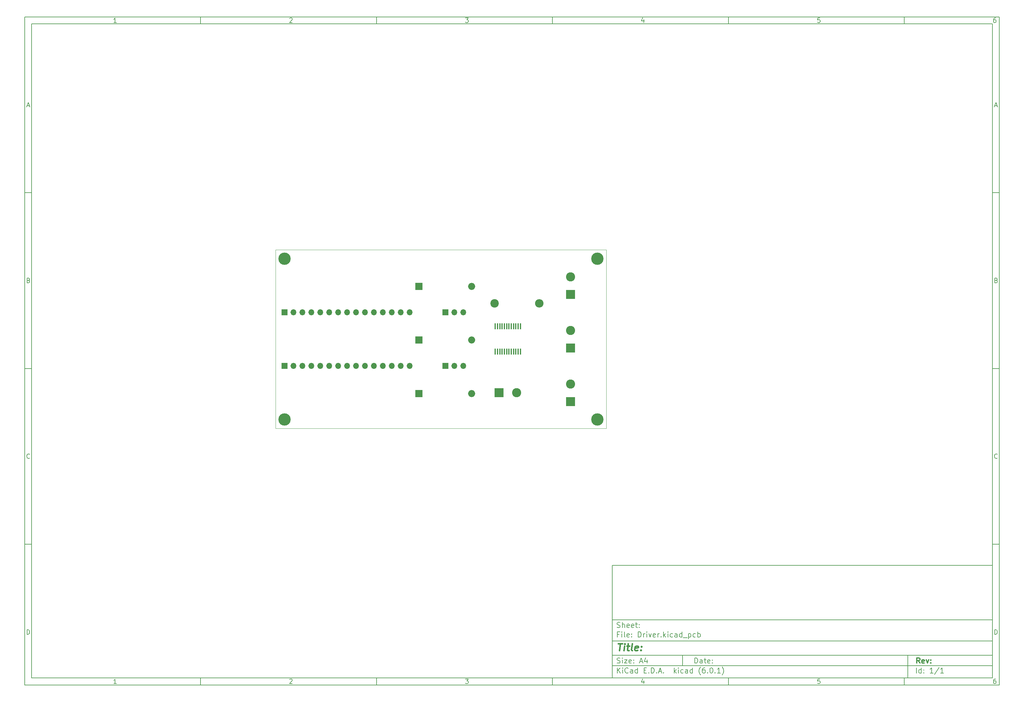
<source format=gbr>
%TF.GenerationSoftware,KiCad,Pcbnew,(6.0.1)*%
%TF.CreationDate,2022-04-25T15:26:45-04:00*%
%TF.ProjectId,Driver,44726976-6572-42e6-9b69-6361645f7063,rev?*%
%TF.SameCoordinates,Original*%
%TF.FileFunction,Soldermask,Top*%
%TF.FilePolarity,Negative*%
%FSLAX46Y46*%
G04 Gerber Fmt 4.6, Leading zero omitted, Abs format (unit mm)*
G04 Created by KiCad (PCBNEW (6.0.1)) date 2022-04-25 15:26:45*
%MOMM*%
%LPD*%
G01*
G04 APERTURE LIST*
%ADD10C,0.100000*%
%ADD11C,0.150000*%
%ADD12C,0.300000*%
%ADD13C,0.400000*%
%TA.AperFunction,Profile*%
%ADD14C,0.100000*%
%TD*%
%ADD15R,2.000000X2.000000*%
%ADD16O,2.000000X2.000000*%
%ADD17C,3.500000*%
%ADD18R,2.600000X2.600000*%
%ADD19C,2.600000*%
%ADD20R,1.700000X1.700000*%
%ADD21O,1.700000X1.700000*%
%ADD22C,2.400000*%
%ADD23O,2.400000X2.400000*%
%ADD24R,0.450000X1.750000*%
G04 APERTURE END LIST*
D10*
D11*
X177002200Y-166007200D02*
X177002200Y-198007200D01*
X285002200Y-198007200D01*
X285002200Y-166007200D01*
X177002200Y-166007200D01*
D10*
D11*
X10000000Y-10000000D02*
X10000000Y-200007200D01*
X287002200Y-200007200D01*
X287002200Y-10000000D01*
X10000000Y-10000000D01*
D10*
D11*
X12000000Y-12000000D02*
X12000000Y-198007200D01*
X285002200Y-198007200D01*
X285002200Y-12000000D01*
X12000000Y-12000000D01*
D10*
D11*
X60000000Y-12000000D02*
X60000000Y-10000000D01*
D10*
D11*
X110000000Y-12000000D02*
X110000000Y-10000000D01*
D10*
D11*
X160000000Y-12000000D02*
X160000000Y-10000000D01*
D10*
D11*
X210000000Y-12000000D02*
X210000000Y-10000000D01*
D10*
D11*
X260000000Y-12000000D02*
X260000000Y-10000000D01*
D10*
D11*
X36065476Y-11588095D02*
X35322619Y-11588095D01*
X35694047Y-11588095D02*
X35694047Y-10288095D01*
X35570238Y-10473809D01*
X35446428Y-10597619D01*
X35322619Y-10659523D01*
D10*
D11*
X85322619Y-10411904D02*
X85384523Y-10350000D01*
X85508333Y-10288095D01*
X85817857Y-10288095D01*
X85941666Y-10350000D01*
X86003571Y-10411904D01*
X86065476Y-10535714D01*
X86065476Y-10659523D01*
X86003571Y-10845238D01*
X85260714Y-11588095D01*
X86065476Y-11588095D01*
D10*
D11*
X135260714Y-10288095D02*
X136065476Y-10288095D01*
X135632142Y-10783333D01*
X135817857Y-10783333D01*
X135941666Y-10845238D01*
X136003571Y-10907142D01*
X136065476Y-11030952D01*
X136065476Y-11340476D01*
X136003571Y-11464285D01*
X135941666Y-11526190D01*
X135817857Y-11588095D01*
X135446428Y-11588095D01*
X135322619Y-11526190D01*
X135260714Y-11464285D01*
D10*
D11*
X185941666Y-10721428D02*
X185941666Y-11588095D01*
X185632142Y-10226190D02*
X185322619Y-11154761D01*
X186127380Y-11154761D01*
D10*
D11*
X236003571Y-10288095D02*
X235384523Y-10288095D01*
X235322619Y-10907142D01*
X235384523Y-10845238D01*
X235508333Y-10783333D01*
X235817857Y-10783333D01*
X235941666Y-10845238D01*
X236003571Y-10907142D01*
X236065476Y-11030952D01*
X236065476Y-11340476D01*
X236003571Y-11464285D01*
X235941666Y-11526190D01*
X235817857Y-11588095D01*
X235508333Y-11588095D01*
X235384523Y-11526190D01*
X235322619Y-11464285D01*
D10*
D11*
X285941666Y-10288095D02*
X285694047Y-10288095D01*
X285570238Y-10350000D01*
X285508333Y-10411904D01*
X285384523Y-10597619D01*
X285322619Y-10845238D01*
X285322619Y-11340476D01*
X285384523Y-11464285D01*
X285446428Y-11526190D01*
X285570238Y-11588095D01*
X285817857Y-11588095D01*
X285941666Y-11526190D01*
X286003571Y-11464285D01*
X286065476Y-11340476D01*
X286065476Y-11030952D01*
X286003571Y-10907142D01*
X285941666Y-10845238D01*
X285817857Y-10783333D01*
X285570238Y-10783333D01*
X285446428Y-10845238D01*
X285384523Y-10907142D01*
X285322619Y-11030952D01*
D10*
D11*
X60000000Y-198007200D02*
X60000000Y-200007200D01*
D10*
D11*
X110000000Y-198007200D02*
X110000000Y-200007200D01*
D10*
D11*
X160000000Y-198007200D02*
X160000000Y-200007200D01*
D10*
D11*
X210000000Y-198007200D02*
X210000000Y-200007200D01*
D10*
D11*
X260000000Y-198007200D02*
X260000000Y-200007200D01*
D10*
D11*
X36065476Y-199595295D02*
X35322619Y-199595295D01*
X35694047Y-199595295D02*
X35694047Y-198295295D01*
X35570238Y-198481009D01*
X35446428Y-198604819D01*
X35322619Y-198666723D01*
D10*
D11*
X85322619Y-198419104D02*
X85384523Y-198357200D01*
X85508333Y-198295295D01*
X85817857Y-198295295D01*
X85941666Y-198357200D01*
X86003571Y-198419104D01*
X86065476Y-198542914D01*
X86065476Y-198666723D01*
X86003571Y-198852438D01*
X85260714Y-199595295D01*
X86065476Y-199595295D01*
D10*
D11*
X135260714Y-198295295D02*
X136065476Y-198295295D01*
X135632142Y-198790533D01*
X135817857Y-198790533D01*
X135941666Y-198852438D01*
X136003571Y-198914342D01*
X136065476Y-199038152D01*
X136065476Y-199347676D01*
X136003571Y-199471485D01*
X135941666Y-199533390D01*
X135817857Y-199595295D01*
X135446428Y-199595295D01*
X135322619Y-199533390D01*
X135260714Y-199471485D01*
D10*
D11*
X185941666Y-198728628D02*
X185941666Y-199595295D01*
X185632142Y-198233390D02*
X185322619Y-199161961D01*
X186127380Y-199161961D01*
D10*
D11*
X236003571Y-198295295D02*
X235384523Y-198295295D01*
X235322619Y-198914342D01*
X235384523Y-198852438D01*
X235508333Y-198790533D01*
X235817857Y-198790533D01*
X235941666Y-198852438D01*
X236003571Y-198914342D01*
X236065476Y-199038152D01*
X236065476Y-199347676D01*
X236003571Y-199471485D01*
X235941666Y-199533390D01*
X235817857Y-199595295D01*
X235508333Y-199595295D01*
X235384523Y-199533390D01*
X235322619Y-199471485D01*
D10*
D11*
X285941666Y-198295295D02*
X285694047Y-198295295D01*
X285570238Y-198357200D01*
X285508333Y-198419104D01*
X285384523Y-198604819D01*
X285322619Y-198852438D01*
X285322619Y-199347676D01*
X285384523Y-199471485D01*
X285446428Y-199533390D01*
X285570238Y-199595295D01*
X285817857Y-199595295D01*
X285941666Y-199533390D01*
X286003571Y-199471485D01*
X286065476Y-199347676D01*
X286065476Y-199038152D01*
X286003571Y-198914342D01*
X285941666Y-198852438D01*
X285817857Y-198790533D01*
X285570238Y-198790533D01*
X285446428Y-198852438D01*
X285384523Y-198914342D01*
X285322619Y-199038152D01*
D10*
D11*
X10000000Y-60000000D02*
X12000000Y-60000000D01*
D10*
D11*
X10000000Y-110000000D02*
X12000000Y-110000000D01*
D10*
D11*
X10000000Y-160000000D02*
X12000000Y-160000000D01*
D10*
D11*
X10690476Y-35216666D02*
X11309523Y-35216666D01*
X10566666Y-35588095D02*
X11000000Y-34288095D01*
X11433333Y-35588095D01*
D10*
D11*
X11092857Y-84907142D02*
X11278571Y-84969047D01*
X11340476Y-85030952D01*
X11402380Y-85154761D01*
X11402380Y-85340476D01*
X11340476Y-85464285D01*
X11278571Y-85526190D01*
X11154761Y-85588095D01*
X10659523Y-85588095D01*
X10659523Y-84288095D01*
X11092857Y-84288095D01*
X11216666Y-84350000D01*
X11278571Y-84411904D01*
X11340476Y-84535714D01*
X11340476Y-84659523D01*
X11278571Y-84783333D01*
X11216666Y-84845238D01*
X11092857Y-84907142D01*
X10659523Y-84907142D01*
D10*
D11*
X11402380Y-135464285D02*
X11340476Y-135526190D01*
X11154761Y-135588095D01*
X11030952Y-135588095D01*
X10845238Y-135526190D01*
X10721428Y-135402380D01*
X10659523Y-135278571D01*
X10597619Y-135030952D01*
X10597619Y-134845238D01*
X10659523Y-134597619D01*
X10721428Y-134473809D01*
X10845238Y-134350000D01*
X11030952Y-134288095D01*
X11154761Y-134288095D01*
X11340476Y-134350000D01*
X11402380Y-134411904D01*
D10*
D11*
X10659523Y-185588095D02*
X10659523Y-184288095D01*
X10969047Y-184288095D01*
X11154761Y-184350000D01*
X11278571Y-184473809D01*
X11340476Y-184597619D01*
X11402380Y-184845238D01*
X11402380Y-185030952D01*
X11340476Y-185278571D01*
X11278571Y-185402380D01*
X11154761Y-185526190D01*
X10969047Y-185588095D01*
X10659523Y-185588095D01*
D10*
D11*
X287002200Y-60000000D02*
X285002200Y-60000000D01*
D10*
D11*
X287002200Y-110000000D02*
X285002200Y-110000000D01*
D10*
D11*
X287002200Y-160000000D02*
X285002200Y-160000000D01*
D10*
D11*
X285692676Y-35216666D02*
X286311723Y-35216666D01*
X285568866Y-35588095D02*
X286002200Y-34288095D01*
X286435533Y-35588095D01*
D10*
D11*
X286095057Y-84907142D02*
X286280771Y-84969047D01*
X286342676Y-85030952D01*
X286404580Y-85154761D01*
X286404580Y-85340476D01*
X286342676Y-85464285D01*
X286280771Y-85526190D01*
X286156961Y-85588095D01*
X285661723Y-85588095D01*
X285661723Y-84288095D01*
X286095057Y-84288095D01*
X286218866Y-84350000D01*
X286280771Y-84411904D01*
X286342676Y-84535714D01*
X286342676Y-84659523D01*
X286280771Y-84783333D01*
X286218866Y-84845238D01*
X286095057Y-84907142D01*
X285661723Y-84907142D01*
D10*
D11*
X286404580Y-135464285D02*
X286342676Y-135526190D01*
X286156961Y-135588095D01*
X286033152Y-135588095D01*
X285847438Y-135526190D01*
X285723628Y-135402380D01*
X285661723Y-135278571D01*
X285599819Y-135030952D01*
X285599819Y-134845238D01*
X285661723Y-134597619D01*
X285723628Y-134473809D01*
X285847438Y-134350000D01*
X286033152Y-134288095D01*
X286156961Y-134288095D01*
X286342676Y-134350000D01*
X286404580Y-134411904D01*
D10*
D11*
X285661723Y-185588095D02*
X285661723Y-184288095D01*
X285971247Y-184288095D01*
X286156961Y-184350000D01*
X286280771Y-184473809D01*
X286342676Y-184597619D01*
X286404580Y-184845238D01*
X286404580Y-185030952D01*
X286342676Y-185278571D01*
X286280771Y-185402380D01*
X286156961Y-185526190D01*
X285971247Y-185588095D01*
X285661723Y-185588095D01*
D10*
D11*
X200434342Y-193785771D02*
X200434342Y-192285771D01*
X200791485Y-192285771D01*
X201005771Y-192357200D01*
X201148628Y-192500057D01*
X201220057Y-192642914D01*
X201291485Y-192928628D01*
X201291485Y-193142914D01*
X201220057Y-193428628D01*
X201148628Y-193571485D01*
X201005771Y-193714342D01*
X200791485Y-193785771D01*
X200434342Y-193785771D01*
X202577200Y-193785771D02*
X202577200Y-193000057D01*
X202505771Y-192857200D01*
X202362914Y-192785771D01*
X202077200Y-192785771D01*
X201934342Y-192857200D01*
X202577200Y-193714342D02*
X202434342Y-193785771D01*
X202077200Y-193785771D01*
X201934342Y-193714342D01*
X201862914Y-193571485D01*
X201862914Y-193428628D01*
X201934342Y-193285771D01*
X202077200Y-193214342D01*
X202434342Y-193214342D01*
X202577200Y-193142914D01*
X203077200Y-192785771D02*
X203648628Y-192785771D01*
X203291485Y-192285771D02*
X203291485Y-193571485D01*
X203362914Y-193714342D01*
X203505771Y-193785771D01*
X203648628Y-193785771D01*
X204720057Y-193714342D02*
X204577200Y-193785771D01*
X204291485Y-193785771D01*
X204148628Y-193714342D01*
X204077200Y-193571485D01*
X204077200Y-193000057D01*
X204148628Y-192857200D01*
X204291485Y-192785771D01*
X204577200Y-192785771D01*
X204720057Y-192857200D01*
X204791485Y-193000057D01*
X204791485Y-193142914D01*
X204077200Y-193285771D01*
X205434342Y-193642914D02*
X205505771Y-193714342D01*
X205434342Y-193785771D01*
X205362914Y-193714342D01*
X205434342Y-193642914D01*
X205434342Y-193785771D01*
X205434342Y-192857200D02*
X205505771Y-192928628D01*
X205434342Y-193000057D01*
X205362914Y-192928628D01*
X205434342Y-192857200D01*
X205434342Y-193000057D01*
D10*
D11*
X177002200Y-194507200D02*
X285002200Y-194507200D01*
D10*
D11*
X178434342Y-196585771D02*
X178434342Y-195085771D01*
X179291485Y-196585771D02*
X178648628Y-195728628D01*
X179291485Y-195085771D02*
X178434342Y-195942914D01*
X179934342Y-196585771D02*
X179934342Y-195585771D01*
X179934342Y-195085771D02*
X179862914Y-195157200D01*
X179934342Y-195228628D01*
X180005771Y-195157200D01*
X179934342Y-195085771D01*
X179934342Y-195228628D01*
X181505771Y-196442914D02*
X181434342Y-196514342D01*
X181220057Y-196585771D01*
X181077200Y-196585771D01*
X180862914Y-196514342D01*
X180720057Y-196371485D01*
X180648628Y-196228628D01*
X180577200Y-195942914D01*
X180577200Y-195728628D01*
X180648628Y-195442914D01*
X180720057Y-195300057D01*
X180862914Y-195157200D01*
X181077200Y-195085771D01*
X181220057Y-195085771D01*
X181434342Y-195157200D01*
X181505771Y-195228628D01*
X182791485Y-196585771D02*
X182791485Y-195800057D01*
X182720057Y-195657200D01*
X182577200Y-195585771D01*
X182291485Y-195585771D01*
X182148628Y-195657200D01*
X182791485Y-196514342D02*
X182648628Y-196585771D01*
X182291485Y-196585771D01*
X182148628Y-196514342D01*
X182077200Y-196371485D01*
X182077200Y-196228628D01*
X182148628Y-196085771D01*
X182291485Y-196014342D01*
X182648628Y-196014342D01*
X182791485Y-195942914D01*
X184148628Y-196585771D02*
X184148628Y-195085771D01*
X184148628Y-196514342D02*
X184005771Y-196585771D01*
X183720057Y-196585771D01*
X183577200Y-196514342D01*
X183505771Y-196442914D01*
X183434342Y-196300057D01*
X183434342Y-195871485D01*
X183505771Y-195728628D01*
X183577200Y-195657200D01*
X183720057Y-195585771D01*
X184005771Y-195585771D01*
X184148628Y-195657200D01*
X186005771Y-195800057D02*
X186505771Y-195800057D01*
X186720057Y-196585771D02*
X186005771Y-196585771D01*
X186005771Y-195085771D01*
X186720057Y-195085771D01*
X187362914Y-196442914D02*
X187434342Y-196514342D01*
X187362914Y-196585771D01*
X187291485Y-196514342D01*
X187362914Y-196442914D01*
X187362914Y-196585771D01*
X188077200Y-196585771D02*
X188077200Y-195085771D01*
X188434342Y-195085771D01*
X188648628Y-195157200D01*
X188791485Y-195300057D01*
X188862914Y-195442914D01*
X188934342Y-195728628D01*
X188934342Y-195942914D01*
X188862914Y-196228628D01*
X188791485Y-196371485D01*
X188648628Y-196514342D01*
X188434342Y-196585771D01*
X188077200Y-196585771D01*
X189577200Y-196442914D02*
X189648628Y-196514342D01*
X189577200Y-196585771D01*
X189505771Y-196514342D01*
X189577200Y-196442914D01*
X189577200Y-196585771D01*
X190220057Y-196157200D02*
X190934342Y-196157200D01*
X190077200Y-196585771D02*
X190577200Y-195085771D01*
X191077200Y-196585771D01*
X191577200Y-196442914D02*
X191648628Y-196514342D01*
X191577200Y-196585771D01*
X191505771Y-196514342D01*
X191577200Y-196442914D01*
X191577200Y-196585771D01*
X194577200Y-196585771D02*
X194577200Y-195085771D01*
X194720057Y-196014342D02*
X195148628Y-196585771D01*
X195148628Y-195585771D02*
X194577200Y-196157200D01*
X195791485Y-196585771D02*
X195791485Y-195585771D01*
X195791485Y-195085771D02*
X195720057Y-195157200D01*
X195791485Y-195228628D01*
X195862914Y-195157200D01*
X195791485Y-195085771D01*
X195791485Y-195228628D01*
X197148628Y-196514342D02*
X197005771Y-196585771D01*
X196720057Y-196585771D01*
X196577200Y-196514342D01*
X196505771Y-196442914D01*
X196434342Y-196300057D01*
X196434342Y-195871485D01*
X196505771Y-195728628D01*
X196577200Y-195657200D01*
X196720057Y-195585771D01*
X197005771Y-195585771D01*
X197148628Y-195657200D01*
X198434342Y-196585771D02*
X198434342Y-195800057D01*
X198362914Y-195657200D01*
X198220057Y-195585771D01*
X197934342Y-195585771D01*
X197791485Y-195657200D01*
X198434342Y-196514342D02*
X198291485Y-196585771D01*
X197934342Y-196585771D01*
X197791485Y-196514342D01*
X197720057Y-196371485D01*
X197720057Y-196228628D01*
X197791485Y-196085771D01*
X197934342Y-196014342D01*
X198291485Y-196014342D01*
X198434342Y-195942914D01*
X199791485Y-196585771D02*
X199791485Y-195085771D01*
X199791485Y-196514342D02*
X199648628Y-196585771D01*
X199362914Y-196585771D01*
X199220057Y-196514342D01*
X199148628Y-196442914D01*
X199077200Y-196300057D01*
X199077200Y-195871485D01*
X199148628Y-195728628D01*
X199220057Y-195657200D01*
X199362914Y-195585771D01*
X199648628Y-195585771D01*
X199791485Y-195657200D01*
X202077200Y-197157200D02*
X202005771Y-197085771D01*
X201862914Y-196871485D01*
X201791485Y-196728628D01*
X201720057Y-196514342D01*
X201648628Y-196157200D01*
X201648628Y-195871485D01*
X201720057Y-195514342D01*
X201791485Y-195300057D01*
X201862914Y-195157200D01*
X202005771Y-194942914D01*
X202077200Y-194871485D01*
X203291485Y-195085771D02*
X203005771Y-195085771D01*
X202862914Y-195157200D01*
X202791485Y-195228628D01*
X202648628Y-195442914D01*
X202577200Y-195728628D01*
X202577200Y-196300057D01*
X202648628Y-196442914D01*
X202720057Y-196514342D01*
X202862914Y-196585771D01*
X203148628Y-196585771D01*
X203291485Y-196514342D01*
X203362914Y-196442914D01*
X203434342Y-196300057D01*
X203434342Y-195942914D01*
X203362914Y-195800057D01*
X203291485Y-195728628D01*
X203148628Y-195657200D01*
X202862914Y-195657200D01*
X202720057Y-195728628D01*
X202648628Y-195800057D01*
X202577200Y-195942914D01*
X204077200Y-196442914D02*
X204148628Y-196514342D01*
X204077200Y-196585771D01*
X204005771Y-196514342D01*
X204077200Y-196442914D01*
X204077200Y-196585771D01*
X205077200Y-195085771D02*
X205220057Y-195085771D01*
X205362914Y-195157200D01*
X205434342Y-195228628D01*
X205505771Y-195371485D01*
X205577200Y-195657200D01*
X205577200Y-196014342D01*
X205505771Y-196300057D01*
X205434342Y-196442914D01*
X205362914Y-196514342D01*
X205220057Y-196585771D01*
X205077200Y-196585771D01*
X204934342Y-196514342D01*
X204862914Y-196442914D01*
X204791485Y-196300057D01*
X204720057Y-196014342D01*
X204720057Y-195657200D01*
X204791485Y-195371485D01*
X204862914Y-195228628D01*
X204934342Y-195157200D01*
X205077200Y-195085771D01*
X206220057Y-196442914D02*
X206291485Y-196514342D01*
X206220057Y-196585771D01*
X206148628Y-196514342D01*
X206220057Y-196442914D01*
X206220057Y-196585771D01*
X207720057Y-196585771D02*
X206862914Y-196585771D01*
X207291485Y-196585771D02*
X207291485Y-195085771D01*
X207148628Y-195300057D01*
X207005771Y-195442914D01*
X206862914Y-195514342D01*
X208220057Y-197157200D02*
X208291485Y-197085771D01*
X208434342Y-196871485D01*
X208505771Y-196728628D01*
X208577200Y-196514342D01*
X208648628Y-196157200D01*
X208648628Y-195871485D01*
X208577200Y-195514342D01*
X208505771Y-195300057D01*
X208434342Y-195157200D01*
X208291485Y-194942914D01*
X208220057Y-194871485D01*
D10*
D11*
X177002200Y-191507200D02*
X285002200Y-191507200D01*
D10*
D12*
X264411485Y-193785771D02*
X263911485Y-193071485D01*
X263554342Y-193785771D02*
X263554342Y-192285771D01*
X264125771Y-192285771D01*
X264268628Y-192357200D01*
X264340057Y-192428628D01*
X264411485Y-192571485D01*
X264411485Y-192785771D01*
X264340057Y-192928628D01*
X264268628Y-193000057D01*
X264125771Y-193071485D01*
X263554342Y-193071485D01*
X265625771Y-193714342D02*
X265482914Y-193785771D01*
X265197200Y-193785771D01*
X265054342Y-193714342D01*
X264982914Y-193571485D01*
X264982914Y-193000057D01*
X265054342Y-192857200D01*
X265197200Y-192785771D01*
X265482914Y-192785771D01*
X265625771Y-192857200D01*
X265697200Y-193000057D01*
X265697200Y-193142914D01*
X264982914Y-193285771D01*
X266197200Y-192785771D02*
X266554342Y-193785771D01*
X266911485Y-192785771D01*
X267482914Y-193642914D02*
X267554342Y-193714342D01*
X267482914Y-193785771D01*
X267411485Y-193714342D01*
X267482914Y-193642914D01*
X267482914Y-193785771D01*
X267482914Y-192857200D02*
X267554342Y-192928628D01*
X267482914Y-193000057D01*
X267411485Y-192928628D01*
X267482914Y-192857200D01*
X267482914Y-193000057D01*
D10*
D11*
X178362914Y-193714342D02*
X178577200Y-193785771D01*
X178934342Y-193785771D01*
X179077200Y-193714342D01*
X179148628Y-193642914D01*
X179220057Y-193500057D01*
X179220057Y-193357200D01*
X179148628Y-193214342D01*
X179077200Y-193142914D01*
X178934342Y-193071485D01*
X178648628Y-193000057D01*
X178505771Y-192928628D01*
X178434342Y-192857200D01*
X178362914Y-192714342D01*
X178362914Y-192571485D01*
X178434342Y-192428628D01*
X178505771Y-192357200D01*
X178648628Y-192285771D01*
X179005771Y-192285771D01*
X179220057Y-192357200D01*
X179862914Y-193785771D02*
X179862914Y-192785771D01*
X179862914Y-192285771D02*
X179791485Y-192357200D01*
X179862914Y-192428628D01*
X179934342Y-192357200D01*
X179862914Y-192285771D01*
X179862914Y-192428628D01*
X180434342Y-192785771D02*
X181220057Y-192785771D01*
X180434342Y-193785771D01*
X181220057Y-193785771D01*
X182362914Y-193714342D02*
X182220057Y-193785771D01*
X181934342Y-193785771D01*
X181791485Y-193714342D01*
X181720057Y-193571485D01*
X181720057Y-193000057D01*
X181791485Y-192857200D01*
X181934342Y-192785771D01*
X182220057Y-192785771D01*
X182362914Y-192857200D01*
X182434342Y-193000057D01*
X182434342Y-193142914D01*
X181720057Y-193285771D01*
X183077200Y-193642914D02*
X183148628Y-193714342D01*
X183077200Y-193785771D01*
X183005771Y-193714342D01*
X183077200Y-193642914D01*
X183077200Y-193785771D01*
X183077200Y-192857200D02*
X183148628Y-192928628D01*
X183077200Y-193000057D01*
X183005771Y-192928628D01*
X183077200Y-192857200D01*
X183077200Y-193000057D01*
X184862914Y-193357200D02*
X185577200Y-193357200D01*
X184720057Y-193785771D02*
X185220057Y-192285771D01*
X185720057Y-193785771D01*
X186862914Y-192785771D02*
X186862914Y-193785771D01*
X186505771Y-192214342D02*
X186148628Y-193285771D01*
X187077200Y-193285771D01*
D10*
D11*
X263434342Y-196585771D02*
X263434342Y-195085771D01*
X264791485Y-196585771D02*
X264791485Y-195085771D01*
X264791485Y-196514342D02*
X264648628Y-196585771D01*
X264362914Y-196585771D01*
X264220057Y-196514342D01*
X264148628Y-196442914D01*
X264077200Y-196300057D01*
X264077200Y-195871485D01*
X264148628Y-195728628D01*
X264220057Y-195657200D01*
X264362914Y-195585771D01*
X264648628Y-195585771D01*
X264791485Y-195657200D01*
X265505771Y-196442914D02*
X265577200Y-196514342D01*
X265505771Y-196585771D01*
X265434342Y-196514342D01*
X265505771Y-196442914D01*
X265505771Y-196585771D01*
X265505771Y-195657200D02*
X265577200Y-195728628D01*
X265505771Y-195800057D01*
X265434342Y-195728628D01*
X265505771Y-195657200D01*
X265505771Y-195800057D01*
X268148628Y-196585771D02*
X267291485Y-196585771D01*
X267720057Y-196585771D02*
X267720057Y-195085771D01*
X267577200Y-195300057D01*
X267434342Y-195442914D01*
X267291485Y-195514342D01*
X269862914Y-195014342D02*
X268577200Y-196942914D01*
X271148628Y-196585771D02*
X270291485Y-196585771D01*
X270720057Y-196585771D02*
X270720057Y-195085771D01*
X270577200Y-195300057D01*
X270434342Y-195442914D01*
X270291485Y-195514342D01*
D10*
D11*
X177002200Y-187507200D02*
X285002200Y-187507200D01*
D10*
D13*
X178714580Y-188211961D02*
X179857438Y-188211961D01*
X179036009Y-190211961D02*
X179286009Y-188211961D01*
X180274104Y-190211961D02*
X180440771Y-188878628D01*
X180524104Y-188211961D02*
X180416961Y-188307200D01*
X180500295Y-188402438D01*
X180607438Y-188307200D01*
X180524104Y-188211961D01*
X180500295Y-188402438D01*
X181107438Y-188878628D02*
X181869342Y-188878628D01*
X181476485Y-188211961D02*
X181262200Y-189926247D01*
X181333628Y-190116723D01*
X181512200Y-190211961D01*
X181702676Y-190211961D01*
X182655057Y-190211961D02*
X182476485Y-190116723D01*
X182405057Y-189926247D01*
X182619342Y-188211961D01*
X184190771Y-190116723D02*
X183988390Y-190211961D01*
X183607438Y-190211961D01*
X183428866Y-190116723D01*
X183357438Y-189926247D01*
X183452676Y-189164342D01*
X183571723Y-188973866D01*
X183774104Y-188878628D01*
X184155057Y-188878628D01*
X184333628Y-188973866D01*
X184405057Y-189164342D01*
X184381247Y-189354819D01*
X183405057Y-189545295D01*
X185155057Y-190021485D02*
X185238390Y-190116723D01*
X185131247Y-190211961D01*
X185047914Y-190116723D01*
X185155057Y-190021485D01*
X185131247Y-190211961D01*
X185286009Y-188973866D02*
X185369342Y-189069104D01*
X185262200Y-189164342D01*
X185178866Y-189069104D01*
X185286009Y-188973866D01*
X185262200Y-189164342D01*
D10*
D11*
X178934342Y-185600057D02*
X178434342Y-185600057D01*
X178434342Y-186385771D02*
X178434342Y-184885771D01*
X179148628Y-184885771D01*
X179720057Y-186385771D02*
X179720057Y-185385771D01*
X179720057Y-184885771D02*
X179648628Y-184957200D01*
X179720057Y-185028628D01*
X179791485Y-184957200D01*
X179720057Y-184885771D01*
X179720057Y-185028628D01*
X180648628Y-186385771D02*
X180505771Y-186314342D01*
X180434342Y-186171485D01*
X180434342Y-184885771D01*
X181791485Y-186314342D02*
X181648628Y-186385771D01*
X181362914Y-186385771D01*
X181220057Y-186314342D01*
X181148628Y-186171485D01*
X181148628Y-185600057D01*
X181220057Y-185457200D01*
X181362914Y-185385771D01*
X181648628Y-185385771D01*
X181791485Y-185457200D01*
X181862914Y-185600057D01*
X181862914Y-185742914D01*
X181148628Y-185885771D01*
X182505771Y-186242914D02*
X182577200Y-186314342D01*
X182505771Y-186385771D01*
X182434342Y-186314342D01*
X182505771Y-186242914D01*
X182505771Y-186385771D01*
X182505771Y-185457200D02*
X182577200Y-185528628D01*
X182505771Y-185600057D01*
X182434342Y-185528628D01*
X182505771Y-185457200D01*
X182505771Y-185600057D01*
X184362914Y-186385771D02*
X184362914Y-184885771D01*
X184720057Y-184885771D01*
X184934342Y-184957200D01*
X185077200Y-185100057D01*
X185148628Y-185242914D01*
X185220057Y-185528628D01*
X185220057Y-185742914D01*
X185148628Y-186028628D01*
X185077200Y-186171485D01*
X184934342Y-186314342D01*
X184720057Y-186385771D01*
X184362914Y-186385771D01*
X185862914Y-186385771D02*
X185862914Y-185385771D01*
X185862914Y-185671485D02*
X185934342Y-185528628D01*
X186005771Y-185457200D01*
X186148628Y-185385771D01*
X186291485Y-185385771D01*
X186791485Y-186385771D02*
X186791485Y-185385771D01*
X186791485Y-184885771D02*
X186720057Y-184957200D01*
X186791485Y-185028628D01*
X186862914Y-184957200D01*
X186791485Y-184885771D01*
X186791485Y-185028628D01*
X187362914Y-185385771D02*
X187720057Y-186385771D01*
X188077200Y-185385771D01*
X189220057Y-186314342D02*
X189077200Y-186385771D01*
X188791485Y-186385771D01*
X188648628Y-186314342D01*
X188577200Y-186171485D01*
X188577200Y-185600057D01*
X188648628Y-185457200D01*
X188791485Y-185385771D01*
X189077200Y-185385771D01*
X189220057Y-185457200D01*
X189291485Y-185600057D01*
X189291485Y-185742914D01*
X188577200Y-185885771D01*
X189934342Y-186385771D02*
X189934342Y-185385771D01*
X189934342Y-185671485D02*
X190005771Y-185528628D01*
X190077200Y-185457200D01*
X190220057Y-185385771D01*
X190362914Y-185385771D01*
X190862914Y-186242914D02*
X190934342Y-186314342D01*
X190862914Y-186385771D01*
X190791485Y-186314342D01*
X190862914Y-186242914D01*
X190862914Y-186385771D01*
X191577200Y-186385771D02*
X191577200Y-184885771D01*
X191720057Y-185814342D02*
X192148628Y-186385771D01*
X192148628Y-185385771D02*
X191577200Y-185957200D01*
X192791485Y-186385771D02*
X192791485Y-185385771D01*
X192791485Y-184885771D02*
X192720057Y-184957200D01*
X192791485Y-185028628D01*
X192862914Y-184957200D01*
X192791485Y-184885771D01*
X192791485Y-185028628D01*
X194148628Y-186314342D02*
X194005771Y-186385771D01*
X193720057Y-186385771D01*
X193577200Y-186314342D01*
X193505771Y-186242914D01*
X193434342Y-186100057D01*
X193434342Y-185671485D01*
X193505771Y-185528628D01*
X193577200Y-185457200D01*
X193720057Y-185385771D01*
X194005771Y-185385771D01*
X194148628Y-185457200D01*
X195434342Y-186385771D02*
X195434342Y-185600057D01*
X195362914Y-185457200D01*
X195220057Y-185385771D01*
X194934342Y-185385771D01*
X194791485Y-185457200D01*
X195434342Y-186314342D02*
X195291485Y-186385771D01*
X194934342Y-186385771D01*
X194791485Y-186314342D01*
X194720057Y-186171485D01*
X194720057Y-186028628D01*
X194791485Y-185885771D01*
X194934342Y-185814342D01*
X195291485Y-185814342D01*
X195434342Y-185742914D01*
X196791485Y-186385771D02*
X196791485Y-184885771D01*
X196791485Y-186314342D02*
X196648628Y-186385771D01*
X196362914Y-186385771D01*
X196220057Y-186314342D01*
X196148628Y-186242914D01*
X196077200Y-186100057D01*
X196077200Y-185671485D01*
X196148628Y-185528628D01*
X196220057Y-185457200D01*
X196362914Y-185385771D01*
X196648628Y-185385771D01*
X196791485Y-185457200D01*
X197148628Y-186528628D02*
X198291485Y-186528628D01*
X198648628Y-185385771D02*
X198648628Y-186885771D01*
X198648628Y-185457200D02*
X198791485Y-185385771D01*
X199077200Y-185385771D01*
X199220057Y-185457200D01*
X199291485Y-185528628D01*
X199362914Y-185671485D01*
X199362914Y-186100057D01*
X199291485Y-186242914D01*
X199220057Y-186314342D01*
X199077200Y-186385771D01*
X198791485Y-186385771D01*
X198648628Y-186314342D01*
X200648628Y-186314342D02*
X200505771Y-186385771D01*
X200220057Y-186385771D01*
X200077200Y-186314342D01*
X200005771Y-186242914D01*
X199934342Y-186100057D01*
X199934342Y-185671485D01*
X200005771Y-185528628D01*
X200077200Y-185457200D01*
X200220057Y-185385771D01*
X200505771Y-185385771D01*
X200648628Y-185457200D01*
X201291485Y-186385771D02*
X201291485Y-184885771D01*
X201291485Y-185457200D02*
X201434342Y-185385771D01*
X201720057Y-185385771D01*
X201862914Y-185457200D01*
X201934342Y-185528628D01*
X202005771Y-185671485D01*
X202005771Y-186100057D01*
X201934342Y-186242914D01*
X201862914Y-186314342D01*
X201720057Y-186385771D01*
X201434342Y-186385771D01*
X201291485Y-186314342D01*
D10*
D11*
X177002200Y-181507200D02*
X285002200Y-181507200D01*
D10*
D11*
X178362914Y-183614342D02*
X178577200Y-183685771D01*
X178934342Y-183685771D01*
X179077200Y-183614342D01*
X179148628Y-183542914D01*
X179220057Y-183400057D01*
X179220057Y-183257200D01*
X179148628Y-183114342D01*
X179077200Y-183042914D01*
X178934342Y-182971485D01*
X178648628Y-182900057D01*
X178505771Y-182828628D01*
X178434342Y-182757200D01*
X178362914Y-182614342D01*
X178362914Y-182471485D01*
X178434342Y-182328628D01*
X178505771Y-182257200D01*
X178648628Y-182185771D01*
X179005771Y-182185771D01*
X179220057Y-182257200D01*
X179862914Y-183685771D02*
X179862914Y-182185771D01*
X180505771Y-183685771D02*
X180505771Y-182900057D01*
X180434342Y-182757200D01*
X180291485Y-182685771D01*
X180077200Y-182685771D01*
X179934342Y-182757200D01*
X179862914Y-182828628D01*
X181791485Y-183614342D02*
X181648628Y-183685771D01*
X181362914Y-183685771D01*
X181220057Y-183614342D01*
X181148628Y-183471485D01*
X181148628Y-182900057D01*
X181220057Y-182757200D01*
X181362914Y-182685771D01*
X181648628Y-182685771D01*
X181791485Y-182757200D01*
X181862914Y-182900057D01*
X181862914Y-183042914D01*
X181148628Y-183185771D01*
X183077200Y-183614342D02*
X182934342Y-183685771D01*
X182648628Y-183685771D01*
X182505771Y-183614342D01*
X182434342Y-183471485D01*
X182434342Y-182900057D01*
X182505771Y-182757200D01*
X182648628Y-182685771D01*
X182934342Y-182685771D01*
X183077200Y-182757200D01*
X183148628Y-182900057D01*
X183148628Y-183042914D01*
X182434342Y-183185771D01*
X183577200Y-182685771D02*
X184148628Y-182685771D01*
X183791485Y-182185771D02*
X183791485Y-183471485D01*
X183862914Y-183614342D01*
X184005771Y-183685771D01*
X184148628Y-183685771D01*
X184648628Y-183542914D02*
X184720057Y-183614342D01*
X184648628Y-183685771D01*
X184577200Y-183614342D01*
X184648628Y-183542914D01*
X184648628Y-183685771D01*
X184648628Y-182757200D02*
X184720057Y-182828628D01*
X184648628Y-182900057D01*
X184577200Y-182828628D01*
X184648628Y-182757200D01*
X184648628Y-182900057D01*
D10*
D12*
D10*
D11*
D10*
D11*
D10*
D11*
D10*
D11*
D10*
D11*
X197002200Y-191507200D02*
X197002200Y-194507200D01*
D10*
D11*
X261002200Y-191507200D02*
X261002200Y-198007200D01*
D14*
X175260000Y-76200000D02*
X81280000Y-76200000D01*
X81280000Y-76200000D02*
X81280000Y-127000000D01*
X81280000Y-127000000D02*
X175260000Y-127000000D01*
X175260000Y-127000000D02*
X175260000Y-76200000D01*
D15*
%TO.C,C2*%
X122040000Y-86602500D03*
D16*
X137040000Y-86602500D03*
%TD*%
D17*
%TO.C,REF1*%
X83820000Y-124460000D03*
%TD*%
D18*
%TO.C,VmotorIN1*%
X144780000Y-116840000D03*
D19*
X149780000Y-116840000D03*
%TD*%
D18*
%TO.C,MotorA1*%
X165100000Y-119380000D03*
D19*
X165100000Y-114380000D03*
%TD*%
D15*
%TO.C,C3*%
X122040000Y-101842500D03*
D16*
X137040000Y-101842500D03*
%TD*%
D15*
%TO.C,C1*%
X122040000Y-117082500D03*
D16*
X137040000Y-117082500D03*
%TD*%
D20*
%TO.C,Servo2*%
X129540000Y-93980000D03*
D21*
X132080000Y-93980000D03*
X134620000Y-93980000D03*
%TD*%
D18*
%TO.C,MotorB1*%
X165100000Y-88900000D03*
D19*
X165100000Y-83900000D03*
%TD*%
D17*
%TO.C,REF3*%
X172720000Y-78740000D03*
%TD*%
D20*
%TO.C,JP1*%
X83820000Y-109220000D03*
D21*
X86360000Y-109220000D03*
X88900000Y-109220000D03*
X91440000Y-109220000D03*
X93980000Y-109220000D03*
X96520000Y-109220000D03*
X99060000Y-109220000D03*
X101600000Y-109220000D03*
X104140000Y-109220000D03*
X106680000Y-109220000D03*
X109220000Y-109220000D03*
X111760000Y-109220000D03*
X114300000Y-109220000D03*
X116840000Y-109220000D03*
X119380000Y-109220000D03*
%TD*%
D20*
%TO.C,JP2*%
X83820000Y-93980000D03*
D21*
X86360000Y-93980000D03*
X88900000Y-93980000D03*
X91440000Y-93980000D03*
X93980000Y-93980000D03*
X96520000Y-93980000D03*
X99060000Y-93980000D03*
X101600000Y-93980000D03*
X104140000Y-93980000D03*
X106680000Y-93980000D03*
X109220000Y-93980000D03*
X111760000Y-93980000D03*
X114300000Y-93980000D03*
X116840000Y-93980000D03*
X119380000Y-93980000D03*
%TD*%
D18*
%TO.C,GND1*%
X165100000Y-104140000D03*
D19*
X165100000Y-99140000D03*
%TD*%
D17*
%TO.C,REF4*%
X83820000Y-78740000D03*
%TD*%
D20*
%TO.C,Servo1*%
X129540000Y-109220000D03*
D21*
X132080000Y-109220000D03*
X134620000Y-109220000D03*
%TD*%
D22*
%TO.C,R1*%
X143510000Y-91440000D03*
D23*
X156210000Y-91440000D03*
%TD*%
D24*
%TO.C,U1*%
X143745000Y-105200000D03*
X144395000Y-105200000D03*
X145045000Y-105200000D03*
X145695000Y-105200000D03*
X146345000Y-105200000D03*
X146995000Y-105200000D03*
X147645000Y-105200000D03*
X148295000Y-105200000D03*
X148945000Y-105200000D03*
X149595000Y-105200000D03*
X150245000Y-105200000D03*
X150895000Y-105200000D03*
X150895000Y-98000000D03*
X150245000Y-98000000D03*
X149595000Y-98000000D03*
X148945000Y-98000000D03*
X148295000Y-98000000D03*
X147645000Y-98000000D03*
X146995000Y-98000000D03*
X146345000Y-98000000D03*
X145695000Y-98000000D03*
X145045000Y-98000000D03*
X144395000Y-98000000D03*
X143745000Y-98000000D03*
%TD*%
D17*
%TO.C,REF2*%
X172720000Y-124460000D03*
%TD*%
M02*

</source>
